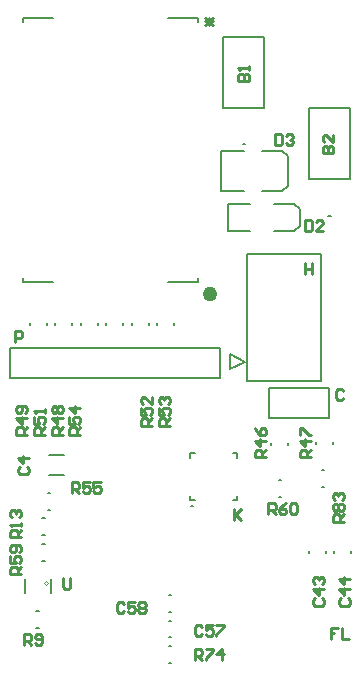
<source format=gto>
G04*
G04 #@! TF.GenerationSoftware,Altium Limited,Altium Designer,20.0.10 (225)*
G04*
G04 Layer_Color=65535*
%FSLAX25Y25*%
%MOIN*%
G70*
G01*
G75*
%ADD10C,0.00000*%
%ADD11C,0.02953*%
%ADD12C,0.00787*%
%ADD13C,0.00600*%
%ADD14C,0.00500*%
%ADD15C,0.00800*%
%ADD16C,0.00591*%
%ADD17C,0.01000*%
D10*
X14090Y67224D02*
X13500Y67815D01*
X12910Y67224D01*
X13500Y66634D01*
X14090Y67224D01*
D11*
X69050Y163700D02*
X68558Y164552D01*
X67574D01*
X67082Y163700D01*
X67574Y162848D01*
X68558D01*
X69050Y163700D01*
D12*
X79894Y213500D02*
X79106D01*
X79894D01*
X62610Y92976D02*
X61823D01*
X62610D01*
X108472Y189571D02*
X107684D01*
X108472D01*
X72067Y197807D02*
X79547D01*
X72067Y211193D02*
X79547D01*
X72067Y197807D02*
Y211193D01*
X94114Y199382D02*
Y209618D01*
X85453Y197807D02*
X92146D01*
X92146Y211193D02*
X94114Y209618D01*
X92146Y197807D02*
X94114Y199382D01*
X85453Y211193D02*
X92146D01*
X71500Y135454D02*
Y145454D01*
X1500Y135454D02*
X71500D01*
X1500D02*
Y145454D01*
X71500D01*
X88000Y122121D02*
Y132121D01*
X108000D01*
Y122121D02*
Y132121D01*
X88000Y122121D02*
X108000D01*
X74083Y184472D02*
X81563D01*
X74083Y193528D02*
X81563D01*
X74083Y184472D02*
Y193528D01*
X98098Y186047D02*
Y191953D01*
X89437Y184472D02*
X96130D01*
Y193528D02*
X98098Y191953D01*
X96130Y184472D02*
X98098Y186047D01*
X89437Y193528D02*
X96130D01*
D13*
X115300Y77100D02*
Y77900D01*
X109700Y77100D02*
Y77900D01*
X106800Y77100D02*
Y77900D01*
X101200Y77100D02*
Y77900D01*
X10400Y52200D02*
X11200D01*
X10400Y57800D02*
X11200D01*
X12300Y83146D02*
X13100D01*
X12300Y88746D02*
X13100D01*
X14100Y91700D02*
X14900D01*
X14100Y97300D02*
X14900D01*
X56128Y153124D02*
Y153924D01*
X50528Y153124D02*
Y153924D01*
X54600Y63179D02*
X55400D01*
X54600Y57579D02*
X55400D01*
X54600Y54679D02*
X55400D01*
X54600Y49079D02*
X55400D01*
X54600Y40579D02*
X55400D01*
X54600Y46179D02*
X55400D01*
X12300Y74700D02*
X13100D01*
X12300Y80300D02*
X13100D01*
X75010Y138405D02*
X80010Y140905D01*
X75010Y138405D02*
Y143405D01*
X80010Y140905D01*
X105110Y134519D02*
Y176819D01*
X80510D02*
X105110D01*
X80510Y134519D02*
Y176819D01*
Y134519D02*
X105110D01*
X94300Y113221D02*
Y114021D01*
X88700Y113221D02*
Y114021D01*
X91100Y101421D02*
X91900D01*
X91100Y95821D02*
X91900D01*
X8200Y153163D02*
Y153963D01*
X13800Y153163D02*
Y153963D01*
X22300Y153163D02*
Y153963D01*
X16700Y153163D02*
Y153963D01*
X39300Y153124D02*
Y153924D01*
X33700Y153124D02*
Y153924D01*
X47800Y153124D02*
Y153924D01*
X42200Y153124D02*
Y153924D01*
X30800Y153163D02*
Y153963D01*
X25200Y153163D02*
Y153963D01*
X105600Y99321D02*
X106400D01*
X105600Y104921D02*
X106400D01*
X109300Y113521D02*
Y114321D01*
X103700Y113521D02*
Y114321D01*
D14*
X14559Y103154D02*
X19441D01*
X14559Y109846D02*
X19441D01*
X72610Y225689D02*
X86390D01*
Y249311D01*
X72610D02*
X86390D01*
X72610Y225689D02*
Y249311D01*
X75799Y94747D02*
X77374D01*
Y96322D01*
X75799Y110495D02*
X77374D01*
Y108921D02*
Y110495D01*
X61626D02*
X63201D01*
X61626Y108921D02*
Y110495D01*
Y94747D02*
X63201D01*
X61626D02*
Y96322D01*
X101188Y201760D02*
Y225382D01*
X114968D01*
Y201760D02*
Y225382D01*
X101188Y201760D02*
X114968D01*
D15*
X15272Y63878D02*
Y68602D01*
X6610Y63878D02*
Y68602D01*
D16*
X5861Y255432D02*
X15901D01*
X54089D02*
X64129D01*
X54089Y167637D02*
X64129D01*
X5861D02*
X15901D01*
X64129D02*
Y168818D01*
Y254251D02*
Y255432D01*
X5861Y254251D02*
Y255432D01*
Y167637D02*
Y168818D01*
D17*
X3300Y147701D02*
Y151299D01*
X5100D01*
X5700Y150700D01*
Y149500D01*
X5100Y148900D01*
X3300D01*
X112700Y131200D02*
X112100Y131799D01*
X110900D01*
X110300Y131200D01*
Y128800D01*
X110900Y128201D01*
X112100D01*
X112700Y128800D01*
X102200Y170201D02*
Y173799D01*
Y172000D01*
X99800D01*
Y170201D01*
Y173799D01*
X76300Y91799D02*
Y88201D01*
Y89400D01*
X78700Y91799D01*
X76900Y90000D01*
X78700Y88201D01*
X66732Y255700D02*
X69132Y253300D01*
X66732D02*
X69132Y255700D01*
X66732Y254500D02*
X69132D01*
X67932Y253300D02*
Y255700D01*
X63201Y41701D02*
Y45299D01*
X65001D01*
X65601Y44700D01*
Y43500D01*
X65001Y42900D01*
X63201D01*
X64401D02*
X65601Y41701D01*
X66800Y45299D02*
X69200D01*
Y44700D01*
X66800Y42300D01*
Y41701D01*
X72199D02*
Y45299D01*
X70399Y43500D01*
X72799D01*
X39601Y60200D02*
X39001Y60799D01*
X37801D01*
X37201Y60200D01*
Y57800D01*
X37801Y57201D01*
X39001D01*
X39601Y57800D01*
X43200Y60799D02*
X40800D01*
Y59000D01*
X42000Y59600D01*
X42600D01*
X43200Y59000D01*
Y57800D01*
X42600Y57201D01*
X41400D01*
X40800Y57800D01*
X44399Y60200D02*
X44999Y60799D01*
X46199D01*
X46799Y60200D01*
Y59600D01*
X46199Y59000D01*
X46799Y58400D01*
Y57800D01*
X46199Y57201D01*
X44999D01*
X44399Y57800D01*
Y58400D01*
X44999Y59000D01*
X44399Y59600D01*
Y60200D01*
X44999Y59000D02*
X46199D01*
X65601Y52700D02*
X65001Y53299D01*
X63801D01*
X63201Y52700D01*
Y50300D01*
X63801Y49701D01*
X65001D01*
X65601Y50300D01*
X69200Y53299D02*
X66800D01*
Y51500D01*
X68000Y52100D01*
X68600D01*
X69200Y51500D01*
Y50300D01*
X68600Y49701D01*
X67400D01*
X66800Y50300D01*
X70399Y53299D02*
X72799D01*
Y52700D01*
X70399Y50300D01*
Y49701D01*
X24997Y116701D02*
X21398D01*
Y118501D01*
X21998Y119101D01*
X23198D01*
X23798Y118501D01*
Y116701D01*
Y117901D02*
X24997Y119101D01*
X21398Y122700D02*
Y120300D01*
X23198D01*
X22598Y121500D01*
Y122100D01*
X23198Y122700D01*
X24397D01*
X24997Y122100D01*
Y120900D01*
X24397Y120300D01*
X24997Y125699D02*
X21398D01*
X23198Y123899D01*
Y126298D01*
X54799Y119702D02*
X51201D01*
Y121501D01*
X51800Y122101D01*
X53000D01*
X53600Y121501D01*
Y119702D01*
Y120901D02*
X54799Y122101D01*
X51201Y125700D02*
Y123300D01*
X53000D01*
X52400Y124500D01*
Y125100D01*
X53000Y125700D01*
X54200D01*
X54799Y125100D01*
Y123900D01*
X54200Y123300D01*
X51800Y126899D02*
X51201Y127499D01*
Y128699D01*
X51800Y129298D01*
X52400D01*
X53000Y128699D01*
Y128099D01*
Y128699D01*
X53600Y129298D01*
X54200D01*
X54799Y128699D01*
Y127499D01*
X54200Y126899D01*
X48799Y119702D02*
X45201D01*
Y121501D01*
X45800Y122101D01*
X47000D01*
X47600Y121501D01*
Y119702D01*
Y120901D02*
X48799Y122101D01*
X45201Y125700D02*
Y123300D01*
X47000D01*
X46400Y124500D01*
Y125100D01*
X47000Y125700D01*
X48200D01*
X48799Y125100D01*
Y123900D01*
X48200Y123300D01*
X48799Y129298D02*
Y126899D01*
X46400Y129298D01*
X45800D01*
X45201Y128699D01*
Y127499D01*
X45800Y126899D01*
X13199Y116701D02*
X9600D01*
Y118501D01*
X10200Y119101D01*
X11399D01*
X11999Y118501D01*
Y116701D01*
Y117901D02*
X13199Y119101D01*
X9600Y122700D02*
Y120300D01*
X11399D01*
X10799Y121500D01*
Y122100D01*
X11399Y122700D01*
X12599D01*
X13199Y122100D01*
Y120900D01*
X12599Y120300D01*
X13199Y123899D02*
Y125099D01*
Y124499D01*
X9600D01*
X10200Y123899D01*
X7299Y116701D02*
X3701D01*
Y118501D01*
X4300Y119101D01*
X5500D01*
X6100Y118501D01*
Y116701D01*
Y117901D02*
X7299Y119101D01*
Y122100D02*
X3701D01*
X5500Y120300D01*
Y122700D01*
X6700Y123899D02*
X7299Y124499D01*
Y125699D01*
X6700Y126298D01*
X4300D01*
X3701Y125699D01*
Y124499D01*
X4300Y123899D01*
X4900D01*
X5500Y124499D01*
Y126298D01*
X19098Y116701D02*
X15499D01*
Y118501D01*
X16099Y119101D01*
X17299D01*
X17898Y118501D01*
Y116701D01*
Y117901D02*
X19098Y119101D01*
Y122100D02*
X15499D01*
X17299Y120300D01*
Y122700D01*
X16099Y123899D02*
X15499Y124499D01*
Y125699D01*
X16099Y126298D01*
X16699D01*
X17299Y125699D01*
X17898Y126298D01*
X18498D01*
X19098Y125699D01*
Y124499D01*
X18498Y123899D01*
X17898D01*
X17299Y124499D01*
X16699Y123899D01*
X16099D01*
X17299Y124499D02*
Y125699D01*
X22202Y97201D02*
Y100799D01*
X24001D01*
X24601Y100200D01*
Y99000D01*
X24001Y98400D01*
X22202D01*
X23401D02*
X24601Y97201D01*
X28200Y100799D02*
X25800D01*
Y99000D01*
X27000Y99600D01*
X27600D01*
X28200Y99000D01*
Y97800D01*
X27600Y97201D01*
X26400D01*
X25800Y97800D01*
X31798Y100799D02*
X29399D01*
Y99000D01*
X30599Y99600D01*
X31199D01*
X31798Y99000D01*
Y97800D01*
X31199Y97201D01*
X29999D01*
X29399Y97800D01*
X90001Y216799D02*
Y213201D01*
X91800D01*
X92400Y213800D01*
Y216200D01*
X91800Y216799D01*
X90001D01*
X93600Y216200D02*
X94200Y216799D01*
X95399D01*
X95999Y216200D01*
Y215600D01*
X95399Y215000D01*
X94799D01*
X95399D01*
X95999Y214400D01*
Y213800D01*
X95399Y213201D01*
X94200D01*
X93600Y213800D01*
X100001Y188299D02*
Y184701D01*
X101800D01*
X102400Y185300D01*
Y187700D01*
X101800Y188299D01*
X100001D01*
X105999Y184701D02*
X103600D01*
X105999Y187100D01*
Y187700D01*
X105399Y188299D01*
X104200D01*
X103600Y187700D01*
X19300Y68799D02*
Y65800D01*
X19900Y65201D01*
X21100D01*
X21700Y65800D01*
Y68799D01*
X112799Y87701D02*
X109201D01*
Y89501D01*
X109800Y90101D01*
X111000D01*
X111600Y89501D01*
Y87701D01*
Y88901D02*
X112799Y90101D01*
X109800Y91300D02*
X109201Y91900D01*
Y93100D01*
X109800Y93700D01*
X110400D01*
X111000Y93100D01*
X111600Y93700D01*
X112200D01*
X112799Y93100D01*
Y91900D01*
X112200Y91300D01*
X111600D01*
X111000Y91900D01*
X110400Y91300D01*
X109800D01*
X111000Y91900D02*
Y93100D01*
X109800Y94899D02*
X109201Y95499D01*
Y96699D01*
X109800Y97299D01*
X110400D01*
X111000Y96699D01*
Y96099D01*
Y96699D01*
X111600Y97299D01*
X112200D01*
X112799Y96699D01*
Y95499D01*
X112200Y94899D01*
X87701Y90201D02*
Y93799D01*
X89501D01*
X90101Y93200D01*
Y92000D01*
X89501Y91400D01*
X87701D01*
X88901D02*
X90101Y90201D01*
X93700Y93799D02*
X92500Y93200D01*
X91300Y92000D01*
Y90800D01*
X91900Y90201D01*
X93100D01*
X93700Y90800D01*
Y91400D01*
X93100Y92000D01*
X91300D01*
X94899Y93200D02*
X95499Y93799D01*
X96699D01*
X97299Y93200D01*
Y90800D01*
X96699Y90201D01*
X95499D01*
X94899Y90800D01*
Y93200D01*
X5299Y70201D02*
X1701D01*
Y72001D01*
X2300Y72601D01*
X3500D01*
X4100Y72001D01*
Y70201D01*
Y71401D02*
X5299Y72601D01*
X1701Y76200D02*
Y73800D01*
X3500D01*
X2900Y75000D01*
Y75600D01*
X3500Y76200D01*
X4700D01*
X5299Y75600D01*
Y74400D01*
X4700Y73800D01*
Y77399D02*
X5299Y77999D01*
Y79199D01*
X4700Y79799D01*
X2300D01*
X1701Y79199D01*
Y77999D01*
X2300Y77399D01*
X2900D01*
X3500Y77999D01*
Y79799D01*
X101799Y109202D02*
X98201D01*
Y111001D01*
X98800Y111601D01*
X100000D01*
X100600Y111001D01*
Y109202D01*
Y110401D02*
X101799Y111601D01*
Y114600D02*
X98201D01*
X100000Y112800D01*
Y115200D01*
X98201Y116399D02*
Y118798D01*
X98800D01*
X101200Y116399D01*
X101799D01*
X86799Y109202D02*
X83201D01*
Y111001D01*
X83800Y111601D01*
X85000D01*
X85600Y111001D01*
Y109202D01*
Y110401D02*
X86799Y111601D01*
Y114600D02*
X83201D01*
X85000Y112800D01*
Y115200D01*
X83201Y118798D02*
X83800Y117599D01*
X85000Y116399D01*
X86200D01*
X86799Y116999D01*
Y118199D01*
X86200Y118798D01*
X85600D01*
X85000Y118199D01*
Y116399D01*
X5299Y82502D02*
X1701D01*
Y84301D01*
X2300Y84901D01*
X3500D01*
X4100Y84301D01*
Y82502D01*
Y83701D02*
X5299Y84901D01*
Y86100D02*
Y87300D01*
Y86700D01*
X1701D01*
X2300Y86100D01*
Y89099D02*
X1701Y89699D01*
Y90899D01*
X2300Y91499D01*
X2900D01*
X3500Y90899D01*
Y90299D01*
Y90899D01*
X4100Y91499D01*
X4700D01*
X5299Y90899D01*
Y89699D01*
X4700Y89099D01*
X6301Y46579D02*
Y50178D01*
X8100D01*
X8700Y49578D01*
Y48379D01*
X8100Y47779D01*
X6301D01*
X7501D02*
X8700Y46579D01*
X9900Y47179D02*
X10500Y46579D01*
X11699D01*
X12299Y47179D01*
Y49578D01*
X11699Y50178D01*
X10500D01*
X9900Y49578D01*
Y48978D01*
X10500Y48379D01*
X12299D01*
X110900Y52299D02*
X108501D01*
Y50500D01*
X109701D01*
X108501D01*
Y48701D01*
X112100Y52299D02*
Y48701D01*
X114499D01*
X111800Y62101D02*
X111201Y61501D01*
Y60301D01*
X111800Y59702D01*
X114200D01*
X114799Y60301D01*
Y61501D01*
X114200Y62101D01*
X114799Y65100D02*
X111201D01*
X113000Y63300D01*
Y65700D01*
X114799Y68699D02*
X111201D01*
X113000Y66899D01*
Y69298D01*
X103300Y62101D02*
X102701Y61501D01*
Y60301D01*
X103300Y59702D01*
X105700D01*
X106299Y60301D01*
Y61501D01*
X105700Y62101D01*
X106299Y65100D02*
X102701D01*
X104500Y63300D01*
Y65700D01*
X103300Y66899D02*
X102701Y67499D01*
Y68699D01*
X103300Y69298D01*
X103900D01*
X104500Y68699D01*
Y68099D01*
Y68699D01*
X105100Y69298D01*
X105700D01*
X106299Y68699D01*
Y67499D01*
X105700Y66899D01*
X4800Y105900D02*
X4201Y105300D01*
Y104101D01*
X4800Y103501D01*
X7200D01*
X7799Y104101D01*
Y105300D01*
X7200Y105900D01*
X7799Y108899D02*
X4201D01*
X6000Y107100D01*
Y109499D01*
X105778Y210572D02*
X109377D01*
Y212371D01*
X108777Y212971D01*
X108178D01*
X107578Y212371D01*
Y210572D01*
Y212371D01*
X106978Y212971D01*
X106378D01*
X105778Y212371D01*
Y210572D01*
X109377Y216570D02*
Y214171D01*
X106978Y216570D01*
X106378D01*
X105778Y215970D01*
Y214771D01*
X106378Y214171D01*
X77701Y234601D02*
X81299D01*
Y236400D01*
X80700Y237000D01*
X80100D01*
X79500Y236400D01*
Y234601D01*
Y236400D01*
X78900Y237000D01*
X78300D01*
X77701Y236400D01*
Y234601D01*
X81299Y238200D02*
Y239399D01*
Y238799D01*
X77701D01*
X78300Y238200D01*
M02*

</source>
